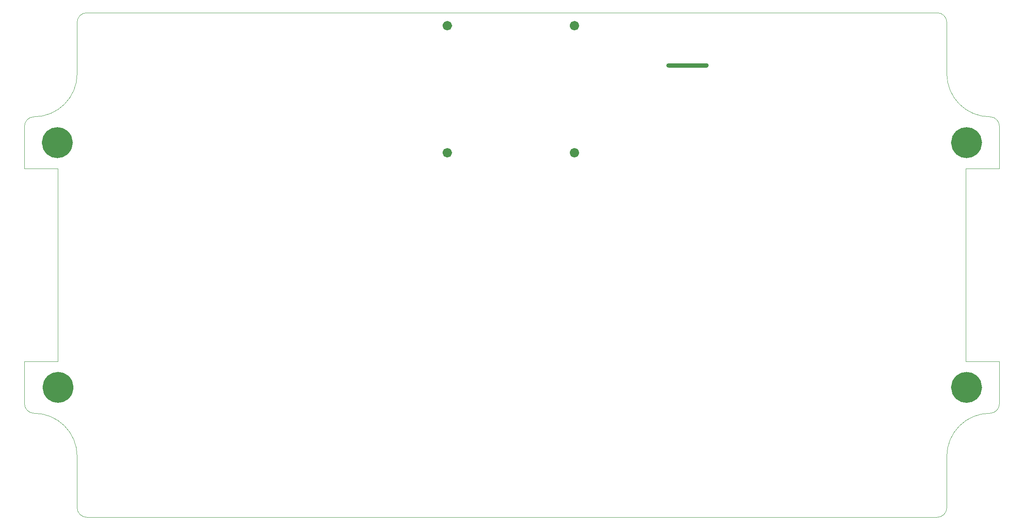
<source format=gbr>
G04 #@! TF.GenerationSoftware,KiCad,Pcbnew,8.0.1*
G04 #@! TF.CreationDate,2024-05-06T16:29:22+03:00*
G04 #@! TF.ProjectId,SmartAtt,536d6172-7441-4747-942e-6b696361645f,rev?*
G04 #@! TF.SameCoordinates,Original*
G04 #@! TF.FileFunction,Profile,NP*
%FSLAX46Y46*%
G04 Gerber Fmt 4.6, Leading zero omitted, Abs format (unit mm)*
G04 Created by KiCad (PCBNEW 8.0.1) date 2024-05-06 16:29:22*
%MOMM*%
%LPD*%
G01*
G04 APERTURE LIST*
G04 #@! TA.AperFunction,Profile*
%ADD10C,0.050000*%
G04 #@! TD*
G04 #@! TA.AperFunction,Profile*
%ADD11C,3.275000*%
G04 #@! TD*
G04 #@! TA.AperFunction,Profile*
%ADD12C,1.025000*%
G04 #@! TD*
G04 #@! TA.AperFunction,Profile*
%ADD13C,0.000000*%
G04 #@! TD*
G04 APERTURE END LIST*
D10*
X252906461Y-59102461D02*
G75*
G02*
X243762539Y-49958461I139J9144061D01*
G01*
X59104461Y-49958461D02*
X59104461Y-39036461D01*
X254938461Y-61134461D02*
X254938461Y-70075261D01*
X254938461Y-111121661D02*
X254938461Y-120062461D01*
X47928461Y-61134461D02*
G75*
G02*
X49960461Y-59102461I2033299J-1299D01*
G01*
X243762461Y-39036461D02*
X243762461Y-49958461D01*
X243762461Y-131238461D02*
X243762461Y-142160461D01*
X55040461Y-111121661D02*
X55040461Y-70075261D01*
X247826461Y-70075261D02*
X247826461Y-111121661D01*
X61136461Y-37004461D02*
X241730461Y-37004461D01*
X243762461Y-131238461D02*
G75*
G02*
X252906461Y-122094461I9143999J1D01*
G01*
X55040461Y-70075261D02*
X47928461Y-70075261D01*
D11*
X249587500Y-116600000D02*
G75*
G02*
X246312500Y-116600000I-1637500J0D01*
G01*
X246312500Y-116600000D02*
G75*
G02*
X249587500Y-116600000I1637500J0D01*
G01*
D10*
X247826461Y-111121661D02*
X254938461Y-111121661D01*
X243762461Y-142160461D02*
G75*
G02*
X241730461Y-144192461I-2033261J1261D01*
G01*
X47928461Y-70075261D02*
X47928461Y-61134461D01*
X49960461Y-122094461D02*
G75*
G02*
X59104459Y-131238461I-1J-9143999D01*
G01*
X59104461Y-142160461D02*
X59104461Y-131238461D01*
X47928461Y-111121661D02*
X55040461Y-111121661D01*
X241730461Y-37004461D02*
G75*
G02*
X243762539Y-39036461I139J-2031939D01*
G01*
X252906461Y-59102461D02*
G75*
G02*
X254938539Y-61134461I139J-2031939D01*
G01*
X61136461Y-144192461D02*
G75*
G02*
X59104539Y-142160461I1339J2033261D01*
G01*
X59104461Y-39036461D02*
G75*
G02*
X61136461Y-37004461I2033299J-1299D01*
G01*
X47928461Y-120062461D02*
X47928461Y-111121661D01*
X254938461Y-120062461D02*
G75*
G02*
X252906461Y-122094461I-2033261J1261D01*
G01*
D11*
X249587500Y-64600000D02*
G75*
G02*
X246312500Y-64600000I-1637500J0D01*
G01*
X246312500Y-64600000D02*
G75*
G02*
X249587500Y-64600000I1637500J0D01*
G01*
D10*
X59104461Y-49958461D02*
G75*
G02*
X49960461Y-59102461I-9144001J1D01*
G01*
X241730461Y-144192461D02*
X61136461Y-144192461D01*
X49960461Y-122094461D02*
G75*
G02*
X47928539Y-120062461I1339J2033261D01*
G01*
D11*
X56537500Y-64600000D02*
G75*
G02*
X53262500Y-64600000I-1637500J0D01*
G01*
X53262500Y-64600000D02*
G75*
G02*
X56537500Y-64600000I1637500J0D01*
G01*
D10*
X254938461Y-70075261D02*
X247826461Y-70075261D01*
D11*
X56687500Y-116600000D02*
G75*
G02*
X53412500Y-116600000I-1637500J0D01*
G01*
X53412500Y-116600000D02*
G75*
G02*
X56687500Y-116600000I1637500J0D01*
G01*
D12*
X138212500Y-39750000D02*
G75*
G02*
X137187500Y-39750000I-512500J0D01*
G01*
X137187500Y-39750000D02*
G75*
G02*
X138212500Y-39750000I512500J0D01*
G01*
X138212500Y-66750000D02*
G75*
G02*
X137187500Y-66750000I-512500J0D01*
G01*
X137187500Y-66750000D02*
G75*
G02*
X138212500Y-66750000I512500J0D01*
G01*
X165212500Y-39750000D02*
G75*
G02*
X164187500Y-39750000I-512500J0D01*
G01*
X164187500Y-39750000D02*
G75*
G02*
X165212500Y-39750000I512500J0D01*
G01*
X165212500Y-66750000D02*
G75*
G02*
X164187500Y-66750000I-512500J0D01*
G01*
X164187500Y-66750000D02*
G75*
G02*
X165212500Y-66750000I512500J0D01*
G01*
D13*
G04 #@! TA.AperFunction,Profile*
G36*
X192725000Y-47725000D02*
G01*
X192725000Y-47725000D01*
G75*
G02*
X192725000Y-48675000I0J-475000D01*
G01*
X184675000Y-48675000D01*
G75*
G02*
X184675000Y-47725000I0J475000D01*
G01*
X192725000Y-47725000D01*
G37*
G04 #@! TD.AperFunction*
M02*

</source>
